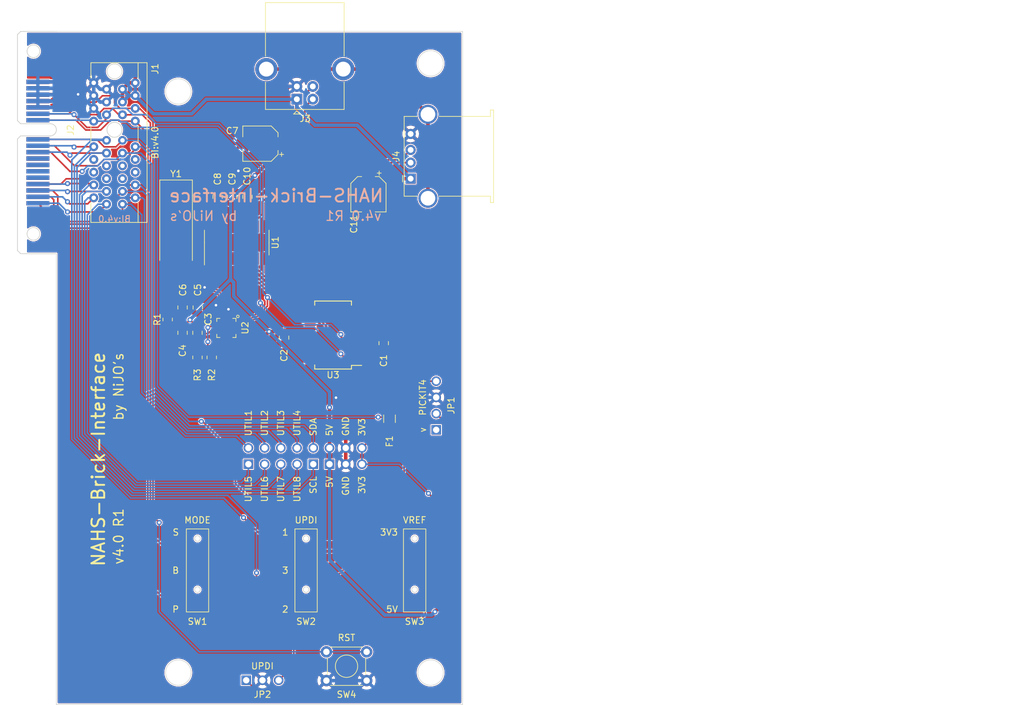
<source format=kicad_pcb>
(kicad_pcb (version 20211014) (generator pcbnew)
  (layers (0 "F.Cu" signal) (31 "B.Cu" signal) (34 "B.Paste" user) (35 "F.Paste" user) (36 "B.SilkS" user "B.Silkscreen") (37 "F.SilkS" user "F.Silkscreen") (38 "B.Mask" user) (39 "F.Mask" user) (44 "Edge.Cuts" user))
  (net 0 "")
  (net 1 "GND")
  (net 2 "Net-(C1-Pad2)")
  (net 3 "+5V")
  (net 4 "Net-(C5-Pad2)")
  (net 5 "Net-(C8-Pad1)")
  (net 6 "Net-(C9-Pad1)")
  (net 7 "+3V3")
  (net 8 "3V3_IN")
  (net 9 "UTIL5")
  (net 10 "UTIL6")
  (net 11 "UTIL7")
  (net 12 "UTIL8")
  (net 13 "SCL")
  (net 14 "UPDI2")
  (net 15 "UPDI1")
  (net 16 "RXD")
  (net 17 "TXD")
  (net 18 "UTIL1")
  (net 19 "UTIL2")
  (net 20 "UTIL3")
  (net 21 "UTIL4")
  (net 22 "SDA")
  (net 23 "UPDI3")
  (net 24 "PROG")
  (net 25 "SETUP")
  (net 26 "RST")
  (net 27 "D-")
  (net 28 "D+")
  (net 29 "Net-(J3-Pad5)")
  (net 30 "D-1")
  (net 31 "D+1")
  (net 33 "UPDI_TV")
  (net 34 "UPDI")
  (net 35 "Net-(R1-Pad2)")
  (net 36 "Net-(R2-Pad2)")
  (net 47 "D-4")
  (net 48 "D+4")
  (net 49 "D-3")
  (net 50 "D+3")
  (net 51 "D-2")
  (net 52 "D+2")
  (net 53 "Net-(U1-Pad15)")
  (net 54 "Net-(U1-Pad16)")
  (footprint "Connector_USB:USB_A_Stewart_SS-52100-001_Horizontal" (layer "F.Cu") (at 166.3744 57.6528 90)
    (fp_text reference "J4")
    (fp_text value "TE_292303-1" hide)
  )
  (footprint "no_brick_interface:Brick_Interface_V4_iside_straddle" (layer "F.Cu") (at 108 50 90)
    (fp_text reference "J2")
    (fp_text value "Brick-Interface-V4")
    (fp_line (start -1.45 -3.2) (end -18.9 -3.2) (layer "Edge.Cuts") (width 0.12))
    (fp_line (start 15.4 -2.7) (end 15.4 2.9) (layer "Edge.Cuts") (width 0.12))
    (fp_line (start -0.95 -2.7) (end -0.95 1.95) (layer "Edge.Cuts") (width 0.12))
    (fp_line (start 1.45 -3.2) (end 14.9 -3.2) (layer "Edge.Cuts") (width 0.12))
    (fp_line (start 0.95 -2.7) (end 1.45 -3.2) (layer "Edge.Cuts") (width 0.12))
    (fp_line (start -18.9 -3.2) (end -19.4 -2.7) (layer "Edge.Cuts") (width 0.12))
    (fp_line (start 14.9 -3.2) (end 15.4 -2.7) (layer "Edge.Cuts") (width 0.12))
    (fp_line (start -19.4 -2.7) (end -19.4 2.9) (layer "Edge.Cuts") (width 0.12))
    (fp_line (start 0.95 1.95) (end 0.95 -2.7) (layer "Edge.Cuts") (width 0.12))
    (fp_line (start -1.45 -3.2) (end -0.95 -2.7) (layer "Edge.Cuts") (width 0.12))
    (fp_arc (start 0.95 1.95) (mid 0 2.9) (end -0.95 1.95) (layer "Edge.Cuts") (width 0.12))
    (fp_circle (center -16.3 -0.69) (end -15.3 -0.69) (layer "Edge.Cuts") (width 0.12) (fill none))
    (fp_circle (center 12.3 -0.69) (end 13.3 -0.69) (layer "Edge.Cuts") (width 0.12) (fill none))
  )
  (footprint "no_common:K3-2336S-F1" (layer "F.Cu") (at 167 119 90)
    (fp_text reference "SW3")
    (fp_text value "K3-2336S-F1" hide)
    (fp_circle (center -3 0) (end -2.55 0) (layer "Edge.Cuts") (width 0.12) (fill none))
    (fp_circle (center 5 0) (end 5.45 0) (layer "Edge.Cuts") (width 0.12) (fill none))
  )
  (footprint "Resistor_SMD:R_0805_2012Metric" (layer "F.Cu") (at 128.3208 79.7052 -90)
    (fp_text reference "R1")
    (fp_text value "1k" hide)
  )
  (footprint "Capacitor_SMD:CP_Elec_5x5.4" (layer "F.Cu") (at 159.766 60.0964 -90)
    (fp_text reference "C11")
    (fp_text value "100µF/16V" hide)
  )
  (footprint "no_common:QFN20" (layer "F.Cu") (at 137.5156 81.026 -90)
    (fp_text reference "U2")
    (fp_text value "CP2102N-A02-GQFN20R" hide)
  )
  (footprint "no_pinhd:PINHD_2X03_2.54_1mm_Round" (layer "F.Cu") (at 156.21 101.092)
    (property "Reference" "JP3")
    (property "Value" "PINHD_2X03")
    (fp_text reference "JP3" hide)
    (fp_text value "PINHD_2X03" hide)
  )
  (footprint "Capacitor_SMD:C_0805_2012Metric" (layer "F.Cu") (at 162.1536 83.4136 -90)
    (fp_text reference "C1")
    (fp_text value "100nF" hide)
  )
  (footprint "no_common:Taster_3301" (layer "F.Cu") (at 156.335 134)
    (fp_text reference "SW4")
    (fp_text value "Taster_3301" hide)
  )
  (footprint "Capacitor_SMD:C_0805_2012Metric" (layer "F.Cu") (at 146.558 82.55 90)
    (fp_text reference "C2")
    (fp_text value "100nF" hide)
  )
  (footprint "Capacitor_SMD:C_0805_2012Metric" (layer "F.Cu") (at 138.43 60.5028 90)
    (fp_text reference "C9")
    (fp_text value "10µF" hide)
  )
  (footprint "no_pinhd:PINHD_2X04_2.54_1mm_Round" (layer "F.Cu") (at 144.78 101.092)
    (property "Reference" "JP5")
    (property "Value" "PINHD_2X04")
    (fp_text reference "JP5" hide)
    (fp_text value "PINHD_2X04" hide)
  )
  (footprint "Capacitor_SMD:C_0805_2012Metric" (layer "F.Cu") (at 130.6576 77.8256 -90)
    (fp_text reference "C6")
    (fp_text value "4.7µF" hide)
  )
  (footprint "no_pinhd:PINHD_1X03_2.54_1mm_Round" (layer "F.Cu") (at 143.17 136.2)
    (property "Reference" "JP2")
    (property "Value" "PINHD_1X03")
    (fp_text reference "JP2")
    (fp_text value "PINHD_1X03" hide)
  )
  (footprint "Capacitor_SMD:C_0805_2012Metric" (layer "F.Cu") (at 136.144 60.5028 90)
    (fp_text reference "C8")
    (fp_text value "10µF" hide)
  )
  (footprint "Capacitor_SMD:C_0805_2012Metric" (layer "F.Cu") (at 140.8176 60.5028 90)
    (fp_text reference "C10")
    (fp_text value "10µF" hide)
  )
  (footprint "no_brick_interface:Brick_Interface_V4_iside" (layer "F.Cu") (at 120 50 90)
    (fp_text reference "J1")
    (fp_text value "Brick-Interface-V4" hide)
    (fp_circle (center 9.15 0) (end 10.325 0) (layer "Edge.Cuts") (width 0.12) (fill none))
    (fp_circle (center 0 0) (end 1.175 0) (layer "Edge.Cuts") (width 0.12) (fill none))
  )
  (footprint "Resistor_SMD:R_0805_2012Metric" (layer "F.Cu") (at 135.2296 85.6488 90)
    (fp_text reference "R2")
    (fp_text value "22k1" hide)
  )
  (footprint "no_common:K3-2336S-F1" (layer "F.Cu") (at 133 119 90)
    (fp_text reference "SW1")
    (fp_text value "K3-2336S-F1" hide)
    (fp_circle (center -3 0) (end -2.55 0) (layer "Edge.Cuts") (width 0.12) (fill none))
    (fp_circle (center 5 0) (end 5.45 0) (layer "Edge.Cuts") (width 0.12) (fill none))
  )
  (footprint "Capacitor_SMD:CP_Elec_5x5.4" (layer "F.Cu") (at 142.8496 52.1716 180)
    (fp_text reference "C7")
    (fp_text value "100µF/16V" hide)
  )
  (footprint "no_pinhd:PINHD_1X02_2.54_1mm_Round" (layer "F.Cu") (at 151.13 101.092 90)
    (property "Reference" "JP4")
    (property "Value" "PINHD_1x02")
    (fp_text reference "JP4" hide)
    (fp_text value "PINHD_1x02" hide)
  )
  (footprint "Capacitor_SMD:C_0805_2012Metric" (layer "F.Cu") (at 130.6576 81.788 90)
    (fp_text reference "C4")
    (fp_text value "4.7µF" hide)
  )
  (footprint "Crystal:Crystal_SMD_HC49-SD" (layer "F.Cu") (at 129.6416 64.5668 -90)
    (fp_text reference "Y1")
    (fp_text value "12MHz" hide)
  )
  (footprint "Package_SO:SOP-16_3.9x9.9mm_P1.27mm" (layer "F.Cu") (at 139.1412 67.6656 90)
    (fp_text reference "U1")
    (fp_text value "SL2.1A" hide)
  )
  (footprint "no_common:K3-2336S-F1" (layer "F.Cu") (at 150 119 90)
    (fp_text reference "SW2")
    (fp_text value "K3-2336S-F1" hide)
    (fp_circle (center -3 0) (end -2.55 0) (layer "Edge.Cuts") (width 0.12) (fill none))
    (fp_circle (center 5 0) (end 5.45 0) (layer "Edge.Cuts") (width 0.12) (fill none))
  )
  (footprint "Connector_USB:USB_B_OST_USB-B1HSxx_Horizontal" (layer "F.Cu") (at 148.5532 45.212 90)
    (fp_text reference "J3")
    (fp_text value "TE_292304-1" hide)
  )
  (footprint "Fuse:Fuse_1206_3216Metric" (layer "F.Cu") (at 163.068 95.25 90)
    (fp_text reference "F1")
    (fp_text value "50mA" hide)
  )
  (footprint "Capacitor_SMD:C_0805_2012Metric" (layer "F.Cu") (at 133.0452 77.8256 -90)
    (fp_text reference "C5")
    (fp_text value "100nF" hide)
  )
  (footprint "no_pinhd:PINHD_1X04_2.54_1mm_Round" (layer "F.Cu") (at 170.3776 93.1768 90)
    (property "Reference" "JP1")
    (property "Value" "PINHD_1X04")
    (fp_text reference "JP1")
    (fp_text value "PINHD_1X04" hide)
  )
  (footprint "Package_SO:SSOP-28_5.3x10.2mm_P0.65mm" (layer "F.Cu") (at 154.2288 82.1436 180)
    (fp_text reference "U3")
    (fp_text value "FT232RL" hide)
  )
  (footprint "Resistor_SMD:R_0805_2012Metric" (layer "F.Cu") (at 132.9944 85.6488 -90)
    (fp_text reference "R3")
    (fp_text value "47k5" hide)
  )
  (footprint "Capacitor_SMD:C_0805_2012Metric" (layer "F.Cu") (at 132.9944 81.788 90)
    (fp_text reference "C3")
    (fp_text value "100nF" hide)
  )
  (gr_circle (center 130 135) (end 132 135) (layer "Edge.Cuts") (width 0.1) (fill none))
  (gr_line (start 110.9 34.6) (end 174.5 34.6) (layer "Edge.Cuts") (width 0.1))
  (gr_line (start 174.5 34.6) (end 174.5 140) (layer "Edge.Cuts") (width 0.1))
  (gr_line (start 174.5 140) (end 110.9 140) (layer "Edge.Cuts") (width 0.1))
  (gr_line (start 110.9 140) (end 110.9 69.4) (layer "Edge.Cuts") (width 0.1))
  (gr_circle (center 169.5 135) (end 171.5 135) (layer "Edge.Cuts") (width 0.1) (fill none))
  (gr_circle (center 130 44) (end 132 44) (layer "Edge.Cuts") (width 0.1) (fill none))
  (gr_circle (center 169.5 39.6) (end 171.5 39.6) (layer "Edge.Cuts") (width 0.1) (fill none))
  (gr_text "NAHS-Brick-Interface" (at 145.325 60.325) (layer "B.SilkS") (effects (font (size 2 2) (thickness 0.3)) (justify mirror)))
  (gr_text "by NiJO's" (at 128.525 63.5) (layer "B.SilkS") (effects (font (size 1.5 1.5) (thickness 0.2)) (justify right mirror)))
  (gr_text "v4.0 R1" (at 161.925 63.5) (layer "B.SilkS") (effects (font (size 1.5 1.5) (thickness 0.2)) (justify left mirror)))
  (gr_text "NAHS-Brick-Interface" (at 117.475 101.6 90) (layer "F.SilkS") (effects (font (size 2 2) (thickness 0.3))))
  (gr_text "v4.0 R1" (at 120.65 118.2 90) (layer "F.SilkS") (effects (font (size 1.5 1.5) (thickness 0.2)) (justify left)))
  (gr_text "by NiJO's" (at 120.65 84.8 90) (layer "F.SilkS") (effects (font (size 1.5 1.5) (thickness 0.2)) (justify right)))
  (segment (start 147.351119 43.212) (end 148.5532 43.212) (width 0.5588) (layer "F.Cu") (net 1))
  (segment (start 163.2864 82.4636) (end 162.1536 82.4636) (width 0.5588) (layer "F.Cu") (net 1))
  (segment (start 137.7656 80.776) (end 137.7656 79.476) (width 0.254) (layer "F.Cu") (net 1))
  (segment (start 139.7 88.392) (end 143.256 91.948) (width 0.5588) (layer "F.Cu") (net 1))
  (segment (start 157.8288 82.4686) (end 162.1486 82.4686) (width 0.254) (layer "F.Cu") (net 1))
  (segment (start 129.25 117) (end 129.25 121) (width 0.5588) (layer "F.Cu") (net 1))
  (segment (start 131.318 88.2377) (end 132.9944 86.5613) (width 0.5588) (layer "F.Cu") (net 1))
  (segment (start 152.4 81.28) (end 151.8614 81.8186) (width 0.254) (layer "F.Cu") (net 1))
  (segment (start 136.639089 82.702511) (end 135.407511 82.702511) (width 0.254) (layer "F.Cu") (net 1))
  (segment (start 134.112 75.8088) (end 133.0452 76.8756) (width 0.5588) (layer "F.Cu") (net 1))
  (segment (start 140.6496 52.1716) (end 140.6496 49.913519) (width 0.5588) (layer "F.Cu") (net 1))
  (segment (start 131.572 121.92) (end 130.652 121) (width 0.5588) (layer "F.Cu") (net 1))
  (segment (start 135.213489 82.508489) (end 133.223911 82.508489) (width 0.254) (layer "F.Cu") (net 1))
  (segment (start 162.1486 82.4686) (end 162.1536 82.4636) (width 0.254) (layer "F.Cu") (net 1))
  (segment (start 131.6463 86.5613) (end 130.6576 85.5726) (width 0.5588) (layer "F.Cu") (net 1))
  (segment (start 130.142 117) (end 131.318 115.824) (width 0.5588) (layer "F.Cu") (net 1))
  (segment (start 147.4766 84.4186) (end 146.558 83.5) (width 0.254) (layer "F.Cu") (net 1))
  (segment (start 168.275 58.210022) (end 168.275 52.5534) (width 0.5588) (layer "F.Cu") (net 1))
  (segment (start 131.318 115.824) (end 131.318 88.2377) (width 0.5588) (layer "F.Cu") (net 1))
  (segment (start 144.592 83.5) (end 146.558 83.5) (width 0.5588) (layer "F.Cu") (net 1))
  (segment (start 156.21 93.472) (end 156.21 99.822) (width 0.5588) (layer "F.Cu") (net 1))
  (segment (start 139.7762 65.1656) (end 139.7762 62.9412) (width 0.5588) (layer "F.Cu") (net 1))
  (segment (start 114.95 44.45) (end 116.75 42.65) (width 0.5588) (layer "F.Cu") (net 1))
  (segment (start 150.6288 79.8686) (end 151.631822 79.8686) (width 0.254) (layer "F.Cu") (net 1))
  (segment (start 152.4 82.55) (end 152.4 81.28) (width 0.254) (layer "F.Cu") (net 1))
  (segment (start 132.9944 86.5613) (end 133.0433 86.5613) (width 0.5588) (layer "F.Cu") (net 1))
  (segment (start 140.6496 52.1716) (end 140.6496 59.3848) (width 0.5588) (layer "F.Cu") (net 1))
  (segment (start 143.256 91.948) (end 154.686 91.948) (width 0.5588) (layer "F.Cu") (net 1))
  (segment (start 152.4 82.3572) (end 152.4 82.55) (width 0.254) (layer "F.Cu") (net 1))
  (segment (start 133.0452 76.8756) (end 130.6576 76.8756) (width 0.5588) (layer "F.Cu") (net 1))
  (segment (start 151.631822 79.8686) (end 152.4 80.636778) (width 0.254) (layer "F.Cu") (net 1))
  (segment (start 150.1092 41.656) (end 152.654 41.656) (width 0.5588) (layer "F.Cu") (net 1))
  (segment (start 136.144 59.5528) (end 138.43 59.5528) (width 0.5588) (layer "F.Cu") (net 1))
  (segment (start 129.25 117) (end 130.142 117) (width 0.5588) (layer "F.Cu") (net 1))
  (segment (start 151.8614 81.8186) (end 152.4 82.3572) (width 0.254) (layer "F.Cu") (net 1))
  (segment (start 139.66368 60.70672) (end 140.8176 59.5528) (width 0.5588) (layer "F.Cu") (net 1))
  (segment (start 140.6496 59.3848) (end 140.8176 59.5528) (width 0.5588) (layer "F.Cu") (net 1))
  (segment (start 139.7 88.392) (end 144.592 83.5) (width 0.5588) (layer "F.Cu") (net 1))
  (segment (start 152.4 83.82) (end 152.4 82.55) (width 0.254) (layer "F.Cu") (net 1))
  (segment (start 130.6576 85.5726) (end 130.6576 82.738) (width 0.5588) (layer "F.Cu") (net 1))
  (segment (start 137.5156 81.026) (end 137.7656 80.776) (width 0.254) (layer "F.Cu") (net 1))
  (segment (start 136.7656 81.776) (end 137.5156 81.026) (width 0.254) (layer "F.Cu") (net 1))
  (segment (start 152.654 41.656) (end 155.6262 44.6282) (width 0.5588) (layer "F.Cu") (net 1))
  (segment (start 151.8014 84.4186) (end 152.4 83.82) (width 0.254) (layer "F.Cu") (net 1))
  (segment (start 154.686 91.948) (end 156.21 93.472) (width 0.5588) (layer "F.Cu") (net 1))
  (segment (start 135.407511 82.702511) (end 135.213489 82.508489) (width 0.254) (layer "F.Cu") (net 1))
  (segment (start 152.4 80.636778) (end 152.4 81.28) (width 0.254) (layer "F.Cu") (net 1))
  (segment (start 114.3 44.45) (end 114.95 44.45) (width 0.5588) (layer "F.Cu") (net 1))
  (segment (start 127 81.28) (end 128.458 82.738) (width 0.5588) (layer "F.Cu") (net 1))
  (segment (start 166.3744 50.6528) (end 160.3498 44.6282) (width 0.5588) (layer "F.Cu") (net 1))
  (segment (start 137.84562 78.105) (end 137.7656 78.18502) (width 0.254) (layer "F.Cu") (net 1))
  (segment (start 159.766 62.2964) (end 164.188622 62.2964) (width 0.5588) (layer "F.Cu") (net 1))
  (segment (start 130.6576 76.8756) (end 128.2294 76.8756) (width 0.5588) (layer "F.Cu") (net 1))
  (segment (start 150.6288 84.4186) (end 151.8014 84.4186) (width 0.254) (layer "F.Cu") (net 1))
  (segment (start 135.2956 76.8756) (end 133.0452 76.8756) (width 0.254) (layer "F.Cu") (net 1))
  (segment (start 127 78.105) (end 127 81.28) (width 0.5588) (layer "F.Cu") (net 1))
  (segment (start 128.458 82.738) (end 130.6576 82.738) (width 0.5588) (layer "F.Cu") (net 1))
  (segment (start 137.7656 78.18502) (end 137.7656 79.476) (width 0.254) (layer "F.Cu") (net 1))
  (segment (start 136.7656 82.576) (end 136.7656 81.776) (width 0.254) (layer "F.Cu") (net 1))
  (segment (start 140.6496 55.1844) (end 140.6496 52.1716) (width 0.5588) (layer "F.Cu") (net 1))
  (segment (start 143.17 136.2) (end 131.572 124.602) (width 0.5588) (layer "F.Cu") (net 1))
  (segment (start 135.89 77.47) (end 135.2956 76.8756) (width 0.254) (layer "F.Cu") (net 1))
  (segment (start 140.6496 49.913519) (end 147.351119 43.212) (width 0.5588) (layer "F.Cu") (net 1))
  (segment (start 131.572 124.602) (end 131.572 121.92) (width 0.5588) (layer "F.Cu") (net 1))
  (segment (start 136.7656 82.576) (end 136.639089 82.702511) (width 0.254) (layer "F.Cu") (net 1))
  (segment (start 151.8614 81.8186) (end 150.6288 81.8186) (width 0.254) (layer "F.Cu") (net 1))
  (segment (start 168.275 52.5534) (end 166.3744 50.6528) (width 0.5588) (layer "F.Cu") (net 1))
  (segment (start 150.6288 84.4186) (end 147.4766 84.4186) (width 0.254) (layer "F.Cu") (net 1))
  (segment (start 155.6262 44.6282) (end 160.3498 44.6282) (width 0.5588) (layer "F.Cu") (net 1))
  (segment (start 139.3952 56.4388) (end 140.6496 55.1844) (width 0.5588) (layer "F.Cu") (net 1))
  (segment (start 128.2294 76.8756) (end 127 78.105) (width 0.5588) (layer "F.Cu") (net 1))
  (segment (start 133.223911 82.508489) (end 132.9944 82.738) (width 0.254) (layer "F.Cu") (net 1))
  (segment (start 164.6936 83.8708) (end 163.2864 82.4636) (width 0.5588) (layer "F.Cu") (net 1))
  (segment (start 139.7762 62.9412) (end 139.66368 62.82868) (width 0.5588) (layer "F.Cu") (net 1))
  (segment (start 132.9944 86.5613) (end 131.6463 86.5613) (width 0.5588) (layer "F.Cu") (net 1))
  (segment (start 133.0433 86.5613) (end 134.874 88.392) (width 0.5588) (layer "F.Cu") (net 1))
  (segment (start 148.5532 43.212) (end 150.1092 41.656) (width 0.5588) (layer "F.Cu") (net 1))
  (segment (start 134.874 88.392) (end 139.7 88.392) (width 0.5588) (layer "F.Cu") (net 1))
  (segment (start 160.4772 91.948) (end 164.6936 87.7316) (width 0.5588) (layer "F.Cu") (net 1))
  (segment (start 138.43 59.5528) (end 140.8176 59.5528) (width 0.5588) (layer "F.Cu") (net 1))
  (segment (start 134.112 74.676) (end 134.112 75.8088) (width 0.5588) (layer "F.Cu") (net 1))
  (segment (start 132.9944 82.738) (end 130.6576 82.738) (width 0.5588) (layer "F.Cu") (net 1))
  (segment (start 154.686 91.948) (end 160.4772 91.948) (width 0.5588) (layer "F.Cu") (net 1))
  (segment (start 164.6936 87.7316) (end 164.6936 83.8708) (width 0.5588) (layer "F.Cu") (net 1))
  (segment (start 130.652 121) (end 129.25 121) (width 0.5588) (layer "F.Cu") (net 1))
  (segment (start 139.66368 62.82868) (end 139.66368 60.70672) (width 0.5588) (layer "F.Cu") (net 1))
  (segment (start 164.188622 62.2964) (end 168.275 58.210022) (width 0.5588) (layer "F.Cu") (net 1))
  (segment (start 156.21 99.822) (end 156.21 102.362) (width 0.5588) (layer "F.Cu") (net 1))
  (via (at 137.84562 78.105) (size 0.8) (drill 0.4) (layers "F.Cu" "B.Cu") (net 1))
  (via (at 135.89 77.47) (size 0.8) (drill 0.4) (layers "F.Cu" "B.Cu") (net 1))
  (via (at 139.3952 56.4388) (size 0.8) (drill 0.4) (layers "F.Cu" "B.Cu") (net 1))
  (via (at 134.112 74.676) (size 0.8) (drill 0.4) (layers "F.Cu" "B.Cu") (net 1))
  (via (at 114.3 44.45) (size 0.8) (drill 0.4) (layers "F.Cu" "B.Cu") (net 1))
  (via (at 154.686 91.948) (size 0.8) (drill 0.4) (layers "F.Cu" "B.Cu") (net 1))
  (segment (start 137.21062 77.47) (end 137.84562 78.105) (width 0.254) (layer "B.Cu") (net 1))
  (segment (start 108 44.5) (end 114.25 44.5) (width 0.5588) (layer "B.Cu") (net 1))
  (segment (start 145.004 134.366) (end 151.301 134.366) (width 0.5588) (layer "B.Cu") (net 1))
  (segment (start 108 42.5) (end 112.35 42.5) (width 0.5588) (layer "B.Cu") (net 1))
  (segment (start 108 46.5) (end 112.25 46.5) (width 0.5588) (layer "B.Cu") (net 1))
  (segment (start 117.75 43.65) (end 116.75 42.65) (width 0.5588) (layer "B.Cu") (net 1))
  (segment (start 113.25 45.5) (end 114.3 44.45) (width 0.5588) (layer "B.Cu") (net 1))
  (segment (start 139.3952 56.4388) (end 135.382 60.452) (width 0.5588) (layer "B.Cu") (net 1))
  (segment (start 112.35 42.5) (end 114.3 44.45) (width 0.5588) (layer "B.Cu") (net 1))
  (segment (start 154.7272 91.9068) (end 154.686 91.948) (width 0.5588) (layer "B.Cu") (net 1))
  (segment (start 118.11 38.1) (end 129.032 38.1) (width 0.5588) (layer "B.Cu") (net 1))
  (segment (start 113.35 43.5) (end 114.3 44.45) (width 0.5588) (layer "B.Cu") (net 1))
  (segment (start 116.75 46.65) (end 116.75 44.65) (width 0.5588) (layer "B.Cu") (net 1))
  (segment (start 135.89 77.47) (end 137.21062 77.47) (width 0.254) (layer "B.Cu") (net 1))
  (segment (start 108 45.5) (end 113.25 45.5) (width 0.5588) (layer "B.Cu") (net 1))
  (segment (start 134.144 43.212) (end 148.5532 43.212) (width 0.5588) (layer "B.Cu") (net 1))
  (segment (start 114.25 44.5) (end 114.3 44.45) (width 0.5588) (layer "B.Cu") (net 1))
  (segment (start 170.3776 91.9068) (end 154.7272 91.9068) (width 0.5588) (layer "B.Cu") (net 1))
  (segment (start 118.75 45.65) (end 117.75 45.65) (width 0.5588) (layer "B.Cu") (net 1))
  (segment (start 135.382 73.406) (end 134.112 74.676) (width 0.5588) (layer "B.Cu") (net 1))
  (segment (start 135.382 60.452) (end 135.382 73.406) (width 0.5588) (layer "B.Cu") (net 1))
  (segment (start 129.032 38.1) (end 134.144 43.212) (width 0.5588) (layer "B.Cu") (net 1))
  (segment (start 143.17 136.2) (end 145.004 134.366) (width 0.5588) (layer "B.Cu") (net 1))
  (segment (start 116.75 42.65) (end 116.75 44.65) (width 0.5588) (layer "B.Cu") (net 1))
  (segment (start 116.75 42.65) (end 116.75 39.46) (width 0.5588) (layer "B.Cu") (net 1))
  (segment (start 117.75 45.65) (end 116.75 44.65) (width 0.5588) (layer "B.Cu") (net 1))
  (segment (start 116.75 39.46) (end 118.11 38.1) (width 0.5588) (layer "B.Cu") (net 1))
  (segment (start 153.185 136.25) (end 159.485 136.25) (width 0.5588) (layer "B.Cu") (net 1))
  (segment (start 151.301 134.366) (end 153.185 136.25) (width 0.5588) (layer "B.Cu") (net 1))
  (segment (start 108 43.5) (end 113.35 43.5) (width 0.5588) (layer "B.Cu") (net 1))
  (segment (start 112.25 46.5) (end 114.3 44.45) (width 0.5588) (layer "B.Cu") (net 1))
  (segment (start 118.75 43.65) (end 117.75 43.65) (width 0.5588) (layer "B.Cu") (net 1))
  (segment (start 156.8086 84.4186) (end 157.8288 84.4186) (width 0.254) (layer "F.Cu") (net 2))
  (segment (start 151.6086 79.2186) (end 156.8086 84.4186) (width 0.254) (layer "F.Cu") (net 2))
  (segment (start 157.8288 84.4186) (end 162.0986 84.4186) (width 0.254) (layer "F.Cu") (net 2))
  (segment (start 150.6288 79.2186) (end 151.6086 79.2186) (width 0.254) (layer "F.Cu") (net 2))
  (segment (start 162.0986 84.4186) (end 162.1536 84.3636) (width 0.254) (layer "F.Cu") (net 2))
  (segment (start 123.25 42.65) (end 122.25 42.65) (width 0.5588) (layer "F.Cu") (net 3))
  (segment (start 112.075 43.5) (end 113.075 42.5) (width 0.5588) (layer "F.Cu") (net 3))
  (segment (start 170.75 124.906) (end 170.18 125.476) (width 0.5588) (layer "F.Cu") (net 3))
  (segment (start 135.2296 86.5613) (end 139.2447 86.5613) (width 0.5588) (layer "F.Cu") (net 3))
  (segment (start 108 43.5) (end 112.075 43.5) (width 0.5588) (layer "F.Cu") (net 3))
  (segment (start 132.9944 80.838) (end 132.908 80.838) (width 0.254) (layer "F.Cu") (net 3))
  (segment (start 148.5532 48.668) (end 148.5532 45.212) (width 0.5588) (layer "F.Cu") (net 3))
  (segment (start 153.67 99.822) (end 153.67 93.472) (width 0.5588) (layer "F.Cu") (net 3))
  (segment (start 145.0496 54.0864) (end 141.986 57.15) (width 0.5588) (layer "F.Cu") (net 3))
  (segment (start 132.908 80.838) (end 131.826 79.756) (width 0.254) (layer "F.Cu") (net 3))
  (segment (start 141.7472 61.4528) (end 145.0496 58.1504) (width 0.5588) (layer "F.Cu") (net 3))
  (segment (start 150.6288 81.1686) (end 146.9894 81.1686) (width 0.254) (layer "F.Cu") (net 3))
  (segment (start 140.8176 61.4528) (end 141.7472 61.4528) (width 0.5588) (layer "F.Cu") (net 3))
  (segment (start 111.075 44.5) (end 112.075 43.5) (width 0.5588) (layer "F.Cu") (net 3))
  (segment (start 108 45.5) (end 110.075 45.5) (width 0.5588) (layer "F.Cu") (net 3))
  (segment (start 110.075 45.5) (end 111.075 44.5) (width 0.5588) (layer "F.Cu") (net 3))
  (segment (start 130.744 80.838) (end 131.826 79.756) (width 0.254) (layer "F.Cu") (net 3))
  (segment (start 116.84 38.735) (end 121.285 38.735) (width 0.5588) (layer "F.Cu") (net 3))
  (segment (start 108 42.5) (end 113.075 42.5) (width 0.5588) (layer "F.Cu") (net 3))
  (segment (start 160.0096 57.6528) (end 166.3744 57.6528) (width 0.5588) (layer "F.Cu") (net 3))
  (segment (start 134.354 80.276) (end 135.9656 80.276) (width 0.254) (layer "F.Cu") (net 3))
  (segment (start 145.0496 52.1716) (end 148.5532 48.668) (width 0.5588) (layer "F.Cu") (net 3))
  (segment (start 130.6576 80.838) (end 130.744 80.838) (width 0.254) (layer "F.Cu") (net 3))
  (segment (start 121.285 38.735) (end 123.25 40.7) (width 0.5588) (layer "F.Cu") (net 3))
  (segment (start 113.075 42.5) (end 116.84 38.735) (width 0.5588) (layer "F.Cu") (net 3))
  (segment (start 145.0496 58.1504) (end 145.0496 52.1716) (width 0.5588) (layer "F.Cu") (net 3))
  (segment (start 141.0462 61.6814) (end 140.8176 61.4528) (width 0.5588) (layer "F.Cu") (net 3))
  (segment (start 141.0462 65.1656) (end 141.0462 61.6814) (width 0.5588) (layer "F.Cu") (net 3))
  (segment (start 144.206 81.6) (end 146.558 81.6) (width 0.5588) (layer "F.Cu") (net 3))
  (segment (start 122.25 42.65) (end 121.25 43.65) (width 0.5588) (layer "F.Cu") (net 3))
  (segment (start 130.6576 80.838) (end 132.9944 80.838) (width 0.254) (layer "F.Cu") (net 3))
  (segment (start 108 44.5) (end 111.075 44.5) (width 0.5588) (layer "F.Cu") (net 3))
  (segment (start 133.792 80.838) (end 134.354 80.276) (width 0.254) (layer "F.Cu") (net 3))
  (segment (start 146.9894 81.1686) (end 146.558 81.6) (width 0.254) (layer "F.Cu") (net 3))
  (segment (start 145.0496 52.1716) (end 145.0496 54.0864) (width 0.5588) (layer "F.Cu") (net 3))
  (segment (start 139.2447 86.5613) (end 144.206 81.6) (width 0.5588) (layer "F.Cu") (net 3))
  (segment (start 132.9944 80.838) (end 133.792 80.838) (width 0.254) (layer "F.Cu") (net 3))
  (segment (start 123.25 40.7) (end 123.25 42.65) (width 0.5588) (layer "F.Cu") (net 3))
  (segment (start 121.25 43.65) (end 121.25 45.65) (width 0.5588) (layer "F.Cu") (net 3))
  (segment (start 170.75 123) (end 170.75 124.906) (width 0.5588) (layer "F.Cu") (net 3))
  (segment (start 159.766 57.8964) (end 160.0096 57.6528) (width 0.5588) (layer "F.Cu") (net 3))
  (via (at 153.67 93.472) (size 0.8) (drill 0.4) (layers "F.Cu" "B.Cu") (net 3))
  (via (at 141.986 57.15) (size 0.8) (drill 0.4) (layers "F.Cu" "B.Cu") (net 3))
  (via (at 144.206 81.6) (size 0.8) (drill 0.4) (layers "F.Cu" "B.Cu") (net 3))
  (via (at 131.826 79.756) (size 0.8) (drill 0.4) (layers "F.Cu" "B.Cu") (net 3))
  (via (at 170.18 125.476) (size 0.8) (drill 0.4) (layers "F.Cu" "B.Cu") (net 3))
  (segment (start 138.176 60.96) (end 138.176 73.406) (width 0.5588) (layer "B.Cu") (net 3))
  (segment (start 151.384 49.276) (end 148.5532 46.4452) (width 0.5588) (layer "B.Cu") (net 3))
  (segment (start 138.176 73.406) (end 138.674531 73.904531) (width 0.5588) (layer "B.Cu") (net 3))
  (segment (start 132.08 47.498) (end 126.098 47.498) (width 0.5588) (layer "B.Cu") (net 3))
  (segment (start 126.098 47.498) (end 123.25 44.65) (width 0.5588) (layer "B.Cu") (net 3))
  (segment (start 134.366 45.212) (end 132.08 47.498) (width 0.5588) (layer "B.Cu") (net 3))
  (segment (start 153.67 93.472) (end 153.67 91.064) (width 0.5588) (layer "B.Cu") (net 3))
  (segment (start 141.986 57.15) (end 138.176 60.96) (width 0.5588) (layer "B.Cu") (net 3))
  (segment (start 138.674531 76.068531) (end 144.206 81.6) (width 0.5588) (layer "B.Cu") (net 3))
  (segment (start 162.306 125.984) (end 153.67 117.348) (width 0.5588) (layer "B.Cu") (net 3))
  (segment (start 153.67 117.348) (end 153.67 102.362) (width 0.5588) (layer "B.Cu") (net 3))
  (segment (start 148.5532 45.212) (end 134.366 45.212) (width 0.5588) (layer "B.Cu") (net 3))
  (segment (start 123.25 44.65) (end 122.25 44.65) (width 0.5588) (layer "B.Cu") (net 3))
  (segment (start 148.5532 46.4452) (end 148.5532 45.212) (width 0.5588) (layer "B.Cu") (net 3))
  (segment (start 169.672 125.984) (end 162.306 125.984) (width 0.5588) (layer "B.Cu") (net 3))
  (segment (start 122.25 44.65) (end 121.25 45.65) (width 0.5588) (layer "B.Cu") (net 3))
  (segment (start 153.67 91.064) (end 144.206 81.6) (width 0.5588) (layer "B.Cu") (net 3))
  (segment (start 123.25 44.65) (end 123.25 42.65) (width 0.5588) (layer "B.Cu") (net 3))
  (segment (start 157.9976 49.276) (end 151.384 49.276) (width 0.5588) (layer "B.Cu") (net 3))
  (segment (start 122.25 44.65) (end 121.25 43.65) (width 0.5588) (layer "B.Cu") (net 3))
  (segment (start 166.3744 57.6528) (end 157.9976 49.276) (width 0.5588) (layer "B.Cu") (net 3))
  (segment (start 153.67 99.822) (end 153.67 102.362) (width 0.5588) (layer "B.Cu") (net 3))
  (segment (start 138.674531 73.904531) (end 138.674531 76.068531) (width 0.5588) (layer "B.Cu") (net 3))
  (segment (start 170.18 125.476) (end 169.672 125.984) (width 0.5588) (layer "B.Cu") (net 3))
  (segment (start 138.176 73.406) (end 131.826 79.756) (width 0.5588) (layer "B.Cu") (net 3))
  (segment (start 130.6576 78.7756) (end 133.0452 78.7756) (width 0.254) (layer "F.Cu") (net 4))
  (segment (start 130.6405 78.7927) (end 130.6576 78.7756) (width 0.254) (layer "F.Cu") (net 4))
  (segment (start 128.3208 78.7927) (end 130.6405 78.7927) (width 0.254) (layer "F.Cu") (net 4))
  (segment (start 136.2656 79.776) (end 135.021 79.776) (width 0.254) (layer "F.Cu") (net 4))
  (segment (start 134.0206 78.7756) (end 133.0452 78.7756) (width 0.254) (layer "F.Cu") (net 4))
  (segment (start 135.021 79.776) (end 134.0206 78.7756) (width 0.254) (layer "F.Cu") (net 4))
  (segment (start 137.2362 63.5762) (end 136.144 62.484) (width 0.254) (layer "F.Cu") (net 5))
  (segment (start 137.2362 65.1656) (end 137.2362 63.5762) (width 0.254) (layer "F.Cu") (net 5))
  (segment (start 136.144 62.484) (end 136.144 61.4528) (width 0.254) (layer "F.Cu") (net 5))
  (segment (start 138.5062 61.529) (end 138.43 61.4528) (width 0.254) (layer "F.Cu") (net 6))
  (segment (start 138.5062 65.1656) (end 138.5062 61.529) (width 0.254) (layer "F.Cu") (net 6))
  (segment (start 170.75 108.52) (end 169.164 106.934) (width 0.254) (layer "F.Cu") (net 7))
  (segment (start 161.922 96.65) (end 163.068 96.65) (width 0.254) (layer "F.Cu") (net 7))
  (segment (start 158.75 99.822) (end 161.922 96.65) (width 0.254) (layer "F.Cu") (net 7))
  (segment (start 170.75 115) (end 170.75 108.52) (width 0.254) (layer "F.Cu") (net 7))
  (via (at 169.164 106.934) (size 0.8) (drill 0.4) (layers "F.Cu" "B.Cu") (net 7))
  (segment (start 169.164 106.934) (end 164.592 102.362) (width 0.254) (layer "B.Cu") (net 7))
  (segment (start 158.75 99.822) (end 158.75 102.362) (width 0.254) (layer "B.Cu") (net 7))
  (segment (start 164.592 102.362) (end 158.75 102.362) (width 0.254) (layer "B.Cu") (net 7))
  (segment (start 161.29 94.996) (end 161.922 94.996) (width 0.254) (layer "F.Cu") (net 8))
  (segment (start 161.922 94.996) (end 163.068 93.85) (width 0.254) (layer "F.Cu") (net 8))
  (segment (start 120.226511 52.673489) (end 121.25 51.65) (width 0.254) (layer "F.Cu") (net 8))
  (segment (start 117.219004 51.5) (end 118.392493 52.673489) (width 0.254) (layer "F.Cu") (net 8))
  (segment (start 108 51.5) (end 117.219004 51.5) (width 0.254) (layer "F.Cu") (net 8))
  (segment (start 118.392493 52.673489) (end 120.226511 52.673489) (width 0.254) (layer "F.Cu") (net 8))
  (via (at 161.29 94.996) (size 0.8) (drill 0.4) (layers "F.Cu" "B.Cu") (net 8))
  (segment (start 131.567605 94.994949) (end 141.222949 94.994949) (width 0.254) (layer "B.Cu") (net 8))
  (segment (start 121.25 51.65) (end 123.810612 51.65) (width 0.254) (layer "B.Cu") (net 8))
  (segment (start 141.224 94.996) (end 161.29 94.996) (width 0.254) (layer "B.Cu") (net 8))
  (segment (start 123.810612 51.65) (end 126.70908 54.548468) (width 0.254) (layer "B.Cu") (net 8))
  (segment (start 131.189328 94.616672) (end 131.567605 94.994949) (width 0.254) (layer "B.Cu") (net 8))
  (segment (start 126.70908 54.548468) (end 126.70908 87.63) (width 0.254) (layer "B.Cu") (net 8))
  (segment (start 126.70908 87.63) (end 126.70908 90.136424) (width 0.254) (layer "B.Cu") (net 8))
  (segment (start 126.70908 90.136424) (end 131.189328 94.616672) (width 0.254) (layer "B.Cu") (net 8))
  (segment (start 141.222949 94.994949) (end 141.224 94.996) (width 0.254) (layer "B.Cu") (net 8))
  (segment (start 112.64442 62.865) (end 117.535 62.865) (width 0.254) (layer "F.Cu") (net 9))
  (segment (start 117.535 62.865) (end 118.75 61.65) (width 0.254) (layer "F.Cu") (net 9))
  (via (at 112.64442 62.865) (size 0.8) (drill 0.4) (layers "F.Cu" "B.Cu") (net 9))
  (segment (start 111.27942 61.5) (end 112.64442 62.865) (width 0.254) (layer "B.Cu") (net 9))
  (segment (start 123.524288 105.23796) (end 139.87204 105.23796) (width 0.254) (layer "B.Cu") (net 9))
  (segment (start 140.97 104.14) (end 140.97 102.362) (width 0.254) (layer "B.Cu") (net 9))
  (segment (start 115.74204 63.32796) (end 115.74204 97.455712) (width 0.254) (layer "B.Cu") (net 9))
  (segment (start 115.74204 97.455712) (end 123.524288 105.23796) (width 0.254) (layer "B.Cu") (net 9))
  (segment (start 108 61.5) (end 111.27942 61.5) (width 0.254) (layer "B.Cu") (net 9))
  (segment (start 117.42 61.65) (end 115.74204 63.32796) (width 0.254) (layer "B.Cu") (net 9))
  (segment (start 118.75 61.65) (end 117.42 61.65) (width 0.254) (layer "B.Cu") (net 9))
  (segment (start 139.87204 105.23796) (end 140.97 104.14) (width 0.254) (layer "B.Cu") (net 9))
  (segment (start 115.805 61.595) (end 116.75 60.65) (width 0.254) (layer "F.Cu") (net 10))
  (segment (start 112.964917 61.595) (end 115.805 61.595) (width 0.254) (layer "F.Cu") (net 10))
  (segment (start 112.64442 61.274503) (end 112.964917 61.595) (width 0.254) (layer "F.Cu") (net 10))
  (via (at 112.64442 61.274503) (size 0.8) (drill 0.4) (layers "F.Cu" "B.Cu") (net 10))
  (segment (start 116.75 60.65) (end 115.88 60.65) (width 0.254) (layer "B.Cu") (net 10))
  (segment (start 112.64442 61.274503) (end 112.371428 61.001511) (width 0.254) (layer "B.Cu") (net 10))
  (segment (start 123.357144 105.64148) (end 142.00852 105.64148) (width 0.254) (layer "B.Cu") (net 10))
  (segment (start 111.967909 60.605221) (end 111.967909 60.597992) (width 0.254) (layer "B.Cu") (net 10))
  (segment (start 111.967909 60.597992) (end 111.869917 60.5) (width 0.254) (layer "B.Cu") (net 10))
  (segment (start 115.33852 61.19148) (end 115.33852 97.622856) (width 0.254) (layer "B.Cu") (net 10))
  (segment (start 111.869917 60.5) (end 108 60.5) (width 0.254) (layer "B.Cu") (net 10))
  (segment (start 115.88 60.65) (end 115.33852 61.19148) (width 0.254) (layer "B.Cu") (net 10))
  (segment (start 142.00852 105.64148) (end 143.51 104.14) (width 0.254) (layer "B.Cu") (net 10))
  (segment (start 112.371428 61.001511) (end 112.364199 61.001511) (width 0.254) (layer "B.Cu") (net 10))
  (segment (start 115.33852 97.622856) (end 123.357144 105.64148) (width 0.254) (layer "B.Cu") (net 10))
  (segment (start 143.51 104.14) (end 143.51 102.362) (width 0.254) (layer "B.Cu") (net 10))
  (segment (start 112.364199 61.001511) (end 111.967909 60.605221) (width 0.254) (layer "B.Cu") (net 10))
  (segment (start 112.68442 59.65) (end 118.75 59.65) (width 0.254) (layer "F.Cu") (net 11))
  (segment (start 112.64442 59.69) (end 112.68442 59.65) (width 0.254) (layer "F.Cu") (net 11))
  (via (at 112.64442 59.69) (size 0.8) (drill 0.4) (layers "F.Cu" "B.Cu") (net 11))
  (segment (start 123.19 106.045) (end 144.145 106.045) (width 0.254) (layer "B.Cu") (net 11))
  (segment (start 112.45442 59.5) (end 108 59.5) (width 0.254) (layer "B.Cu") (net 11))
  (segment (start 146.05 104.14) (end 146.05 102.362) (width 0.254) (layer "B.Cu") (net 11))
  (segment (start 144.145 106.045) (end 146.05 104.14) (width 0.254) (layer "B.Cu") (net 11))
  (segment (start 118.75 59.65) (end 115.61 59.65) (width 0.254) (layer "B.Cu") (net 11))
  (segment (start 112.64442 59.69) (end 112.45442 59.5) (width 0.254) (layer "B.Cu") (net 11))
  (segment (start 114.935 97.79) (end 123.19 106.045) (width 0.254) (layer "B.Cu") (net 11))
  (segment (start 115.61 59.65) (end 114.935 60.325) (width 0.254) (layer "B.Cu") (net 11))
  (segment (start 114.935 60.325) (end 114.935 97.79) (width 0.254) (layer "B.Cu") (net 11))
  (segment (start 116.52 58.42) (end 116.75 58.65) (width 0.254) (layer "F.Cu") (net 12))
  (segment (start 112.64442 58.42) (end 116.52 58.42) (width 0.254) (layer "F.Cu") (net 12))
  (via (at 112.64442 58.42) (size 0.8) (drill 0.4) (layers "F.Cu" "B.Cu") (net 12))
  (segment (start 112.56442 58.5) (end 108 58.5) (width 0.254) (layer "B.Cu") (net 12))
  (segment (start 114.53148 60.157857) (end 114.53148 97.957143) (width 0.254) (layer "B.Cu") (net 12))
  (segment (start 116.75 58.65) (end 116.039337 58.65) (width 0.254) (layer "B.Cu") (net 12))
  (segment (start 117.189668 100.615332) (end 123.022857 106.44852) (width 0.254) (layer "B.Cu") (net 12))
  (segment (start 112.64442 58.42) (end 112.56442 58.5) (width 0.254) (layer "B.Cu") (net 12))
  (segment (start 148.59 104.14) (end 148.59 102.362) (width 0.254) (layer "B.Cu") (net 12))
  (segment (start 114.53148 97.957143) (end 117.189668 100.615332) (width 0.254) (layer "B.Cu") (net 12))
  (segment (start 146.28148 106.44852) (end 148.59 104.14) (width 0.254) (layer "B.Cu") (net 12))
  (segment (start 116.039337 58.65) (end 114.53148 60.157857) (width 0.254) (layer "B.Cu") (net 12))
  (segment (start 123.022857 106.44852) (end 146.28148 106.44852) (width 0.254) (layer "B.Cu") (net 12))
  (segment (start 118.75 53.65) (end 113.355 53.65) (width 0.254) (layer "F.Cu") (net 13))
  (segment (start 113.355 53.65) (end 113.03 53.975) (width 0.254) (layer "F.Cu") (net 13))
  (via (at 113.03 53.975) (size 0.8) (drill 0.4) (layers "F.Cu" "B.Cu") (net 13))
  (segment (start 116.369004 53.65) (end 114.12796 55.891044) (width 0.254) (layer "B.Cu") (net 13))
  (segment (start 113.03 53.975) (end 112.555 53.5) (width 0.254) (layer "B.Cu") (net 13))
  (segment (start 114.12796 55.891044) (end 114.12796 98.124286) (width 0.254) (layer "B.Cu") (net 13))
  (segment (start 122.855714 106.85204) (end 148.41796 106.85204) (width 0.254) (layer "B.Cu") (net 13))
  (segment (start 114.12796 98.124286) (end 119.126836 103.123164) (width 0.254) (layer "B.Cu") (net 13))
  (segment (start 151.13 104.14) (end 151.13 102.362) (width 0.254) (layer "B.Cu") (net 13))
  (segment (start 148.41796 106.85204) (end 151.13 104.14) (width 0.254) (layer "B.Cu") (net 13))
  (segment (start 119.126836 103.123164) (end 122.855714 106.85204) (width 0.254) (layer "B.Cu") (net 13))
  (segment (start 112.555 53.5) (end 108 53.5) (width 0.254) (layer "B.Cu") (net 13))
  (segment (start 118.75 53.65) (end 116.369004 53.65) (width 0.254) (layer "B.Cu") (net 13))
  (segment (start 142.24 119.38) (end 142.24 120.65) (width 0.254) (layer "F.Cu") (net 14))
  (segment (start 113.72 52.65) (end 113.665 52.705) (width 0.254) (layer "F.Cu") (net 14))
  (segment (start 142.24 120.65) (end 144.59 123) (width 0.254) (layer "F.Cu") (net 14))
  (segment (start 116.75 52.65) (end 113.72 52.65) (width 0.254) (layer "F.Cu") (net 14))
  (segment (start 144.59 123) (end 146.25 123) (width 0.254) (layer "F.Cu") (net 14))
  (via (at 142.24 119.38) (size 0.8) (drill 0.4) (layers "F.Cu" "B.Cu") (net 14))
  (via (at 113.665 52.705) (size 0.8) (drill 0.4) (layers "F.Cu" "B.Cu") (net 14))
  (segment (start 113.46 52.5) (end 108 52.5) (width 0.254) (layer "B.Cu") (net 14))
  (segment (start 113.72444 98.29143) (end 122.688571 107.25556) (width 0.254) (layer "B.Cu") (net 14))
  (segment (start 122.688571 107.25556) (end 136.07644 107.25556) (width 0.254) (layer "B.Cu") (net 14))
  (segment (start 142.24 111.76) (end 142.24 119.38) (width 0.254) (layer "B.Cu") (net 14))
  (segment (start 136.07644 107.25556) (end 137.73556 107.25556) (width 0.254) (layer "B.Cu") (net 14))
  (segment (start 137.73556 107.25556) (end 140.97 110.49) (width 0.254) (layer "B.Cu") (net 14))
  (segment (start 140.97 110.49) (end 142.24 111.76) (width 0.254) (layer "B.Cu") (net 14))
  (segment (start 113.72444 55.67556) (end 113.72444 98.29143) (width 0.254) (layer "B.Cu") (net 14))
  (segment (start 113.665 52.705) (end 113.46 52.5) (width 0.254) (layer "B.Cu") (net 14))
  (segment (start 116.75 52.65) (end 113.72444 55.67556) (width 0.254) (layer "B.Cu") (net 14))
  (segment (start 144.464 115) (end 146.25 115) (width 0.254) (layer "F.Cu") (net 15))
  (segment (start 140.208 110.744) (end 144.464 115) (width 0.254) (layer "F.Cu") (net 15))
  (via (at 140.208 110.744) (size 0.8) (drill 0.4) (layers "F.Cu" "B.Cu") (net 15))
  (segment (start 113.32092 54.698084) (end 113.32092 98.458574) (width 0.254) (layer "B.Cu") (net 15))
  (segment (start 135.89 107.65908) (end 137.12308 107.65908) (width 0.254) (layer "B.Cu") (net 15))
  (segment (start 113.32092 98.458574) (end 122.521428 107.65908) (width 0.254) (layer "B.Cu") (net 15))
  (segment (start 118.6 51.5) (end 118.75 51.65) (width 0.254) (layer "B.Cu") (net 15))
  (segment (start 118.75 51.65) (end 116.369004 51.65) (width 0.254) (layer "B.Cu") (net 15))
  (segment (start 116.369004 51.65) (end 113.32092 54.698084) (width 0.254) (layer "B.Cu") (net 15))
  (segment (start 137.12308 107.65908) (end 140.208 110.744) (width 0.254) (layer "B.Cu") (net 15))
  (segment (start 122.521428 107.65908) (end 135.89 107.65908) (width 0.254) (layer "B.Cu") (net 15))
  (segment (start 108 51.5) (end 118.6 51.5) (width 0.254) (layer "B.Cu") (net 15))
  (segment (start 155.448 85.09) (end 156.7266 86.3686) (width 0.254) (layer "F.Cu") (net 16))
  (segment (start 142.8496 77.1144) (end 142.8496 78.1304) (width 0.254) (layer "F.Cu") (net 16))
  (segment (start 142.8496 78.1304) (end 139.704 81.276) (width 0.254) (layer "F.Cu") (net 16))
  (segment (start 156.7266 86.3686) (end 157.8288 86.3686) (width 0.254) (layer "F.Cu") (net 16))
  (segment (start 139.704 81.276) (end 139.0656 81.276) (width 0.254) (layer "F.Cu") (net 16))
  (via (at 155.448 85.09) (size 0.8) (drill 0.4) (layers "F.Cu" "B.Cu") (net 16))
  (via (at 142.8496 77.1144) (size 0.8) (drill 0.4) (layers "F.Cu" "B.Cu") (net 16))
  (segment (start 146.65672 80.92152) (end 142.8496 77.1144) (width 0.254) (layer "B.Cu") (net 16))
  (segment (start 142.85248 56.047144) (end 136.230856 49.42552) (width 0.254) (layer "B.Cu") (net 16))
  (segment (start 142.85248 77.11152) (end 142.85248 56.047144) (width 0.254) (layer "B.Cu") (net 16))
  (segment (start 119.487381 48.495448) (end 119.332829 48.65) (width 0.254) (layer "B.Cu") (net 16))
  (segment (start 147.17048 80.92152) (end 151.27952 80.92152) (width 0.254) (layer "B.Cu") (net 16))
  (segment (start 120.987004 48.768) (end 120.714452 48.495448) (width 0.254) (layer "B.Cu") (net 16))
  (segment (start 126.746 49.42552) (end 126.545009 49.626511) (width 0.254) (layer "B.Cu") (net 16))
  (segment (start 108 48.5) (end 116.6 48.5) (width 0.254) (layer "B.Cu") (net 16))
  (segment (start 122.778511 49.626511) (end 121.92 48.768) (width 0.254) (layer "B.Cu") (net 16))
  (segment (start 121.92 48.768) (end 120.987004 48.768) (width 0.254) (layer "B.Cu") (net 16))
  (segment (start 136.230856 49.42552) (end 126.746 49.42552) (width 0.254) (layer "B.Cu") (net 16))
  (segment (start 126.545009 49.626511) (end 122.778511 49.626511) (width 0.254) (layer "B.Cu") (net 16))
  (segment (start 147.17048 80.92152) (end 146.65672 80.92152) (width 0.254) (layer "B.Cu") (net 16))
  (segment (start 120.714452 48.495448) (end 119.487381 48.495448) (width 0.254) (layer "B.Cu") (net 16))
  (segment (start 116.6 48.5) (end 116.75 48.65) (width 0.254) (layer "B.Cu") (net 16))
  (segment (start 142.8496 77.1144) (end 142.85248 77.11152) (width 0.254) (layer "B.Cu") (net 16))
  (segment (start 151.27952 80.92152) (end 155.448 85.09) (width 0.254) (layer "B.Cu") (net 16))
  (segment (start 119.332829 48.65) (end 116.75 48.65) (width 0.254) (layer "B.Cu") (net 16))
  (segment (start 156.825778 83.7686) (end 157.8288 83.7686) (width 0.254) (layer "F.Cu") (net 17))
  (segment (start 115.666511 49.626511) (end 117.378489 49.626511) (width 0.254) (layer "F.Cu") (net 17))
  (segment (start 143.95281 76.26519) (end 143.95281 77.597853) (width 0.254) (layer "F.Cu") (net 17))
  (segment (start 155.448 82.042) (end 155.448 82.390822) (width 0.254) (layer "F.Cu") (net 17))
  (segment (start 139.774663 81.776) (end 139.0656 81.776) (width 0.254) (layer "F.Cu") (net 17))
  (segment (start 143.95281 77.597853) (end 139.774663 81.776) (width 0.254) (layer "F.Cu") (net 17))
  (segment (start 117.378489 49.626511) (end 118.75 48.255) (width 0.254) (layer "F.Cu") (net 17))
  (segment (start 118.75 48.255) (end 118.75 47.65) (width 0.254) (layer "F.Cu") (net 17))
  (segment (start 155.448 82.390822) (end 156.825778 83.7686) (width 0.254) (layer "F.Cu") (net 17))
  (segment (start 113.665 47.625) (end 115.666511 49.626511) (width 0.254) (layer "F.Cu") (net 17))
  (via (at 143.95281 76.26519) (size 0.8) (drill 0.4) (layers "F.Cu" "B.Cu") (net 17))
  (via (at 155.448 82.042) (size 0.8) (drill 0.4) (layers "F.Cu" "B.Cu") (net 17))
  (via (at 113.665 47.625) (size 0.8) (drill 0.4) (layers "F.Cu" "B.Cu") (net 17))
  (segment (start 125.096511 47.626511) (end 122.845515 47.626511) (width 0.254) (layer "B.Cu") (net 17))
  (segment (start 143.95281 76.26519) (end 143.256 75.56838) (width 0.254) (layer "B.Cu") (net 17))
  (segment (start 119.773489 46.626511) (end 118.75 47.65) (width 0.254) (layer "B.Cu") (net 17))
  (segment (start 148.20562 80.518) (end 143.95281 76.26519) (width 0.254) (layer "B.Cu") (net 17))
  (segment (start 126.492 49.022) (end 125.096511 47.626511) (width 0.254) (layer "B.Cu") (net 17))
  (segment (start 153.924 80.518) (end 155.448 82.042) (width 0.254) (layer "B.Cu") (net 17))
  (segment (start 121.845515 46.626511) (end 119.773489 46.626511) (width 0.254) (layer "B.Cu") (net 17))
  (segment (start 149.098 80.518) (end 148.20562 80.518) (width 0.254) (layer "B.Cu") (net 17))
  (segment (start 122.845515 47.626511) (end 121.845515 46.626511) (width 0.254) (layer "B.Cu") (net 17))
  (segment (start 136.398 49.022) (end 126.492 49.022) (width 0.254) (layer "B.Cu") (net 17))
  (segment (start 108 47.5) (end 113.54 47.5) (width 0.254) (layer "B.Cu") (net 17))
  (segment (start 143.256 55.88) (end 136.398 49.022) (width 0.254) (layer "B.Cu") (net 17))
  (segment (start 149.098 80.518) (end 153.924 80.518) (width 0.254) (layer "B.Cu") (net 17))
  (segment (start 113.54 47.5) (end 113.665 47.625) (width 0.254) (layer "B.Cu") (net 17))
  (segment (start 143.256 75.56838) (end 143.256 55.88) (width 0.254) (layer "B.Cu") (net 17))
  (segment (start 118.4375 65.405) (end 121.25 62.5925) (width 0.254) (layer "F.Cu") (net 18))
  (segment (start 121.25 62.5925) (end 121.25 61.65) (width 0.254) (layer "F.Cu") (net 18))
  (segment (start 108 61.5) (end 111.905 65.405) (width 0.254) (layer "F.Cu") (net 18))
  (segment (start 111.905 65.405) (end 118.4375 65.405) (width 0.254) (layer "F.Cu") (net 18))
  (segment (start 139.11004 97.96204) (end 140.97 99.822) (width 0.254) (layer "B.Cu") (net 18))
  (segment (start 124.28796 63.32796) (end 124.28796 91.139286) (width 0.254) (layer "B.Cu") (net 18))
  (segment (start 124.28796 91.139286) (end 131.110714 97.96204) (width 0.254) (layer "B.Cu") (net 18))
  (segment (start 131.110714 97.96204) (end 139.11004 97.96204) (width 0.254) (layer "B.Cu") (net 18))
  (segment (start 121.25 61.65) (end 122.61 61.65) (width 0.254) (layer "B.Cu") (net 18))
  (segment (start 122.61 61.65) (end 124.28796 63.32796) (width 0.254) (layer "B.Cu") (net 18))
  (segment (start 110.49 63.419336) (end 111.840664 64.77) (width 0.254) (layer "F.Cu") (net 19))
  (segment (start 108 60.5) (end 110.03 60.5) (width 0.254) (layer "F.Cu") (net 19))
  (segment (start 118.501836 64.77) (end 120.273489 62.998347) (width 0.254) (layer "F.Cu") (net 19))
  (segment (start 120.273489 62.998347) (end 120.273489 61.245515) (width 0.254) (layer "F.Cu") (net 19))
  (segment (start 121.285 60.673489) (end 121.308489 60.65) (width 0.254) (layer "F.Cu") (net 19))
  (segment (start 120.273489 61.245515) (end 120.845515 60.673489) (width 0.254) (layer "F.Cu") (net 19))
  (segment (start 120.845515 60.673489) (end 121.285 60.673489) (width 0.254) (layer "F.Cu") (net 19))
  (segment (start 111.840664 64.77) (end 118.501836 64.77) (width 0.254) (layer "F.Cu") (net 19))
  (segment (start 110.03 60.5) (end 110.49 60.96) (width 0.254) (layer "F.Cu") (net 19))
  (segment (start 110.49 60.96) (end 110.49 63.419336) (width 0.254) (layer "F.Cu") (net 19))
  (segment (start 121.308489 60.65) (end 123.25 60.65) (width 0.254) (layer "F.Cu") (net 19))
  (segment (start 124.69148 90.972143) (end 130.524668 96.805332) (width 0.254) (layer "B.Cu") (net 19))
  (segment (start 142.00852 97.55852) (end 143.51 99.06) (width 0.254) (layer "B.Cu") (net 19))
  (segment (start 124.38148 60.65) (end 124.69148 60.96) (width 0.254) (layer "B.Cu") (net 19))
  (segment (start 123.25 60.65) (end 124.38148 60.65) (width 0.254) (layer "B.Cu") (net 19))
  (segment (start 131.277857 97.55852) (end 142.00852 97.55852) (width 0.254) (layer "B.Cu") (net 19))
  (segment (start 143.51 99.06) (end 143.51 99.822) (width 0.254) (layer "B.Cu") (net 19))
  (segment (start 130.524668 96.805332) (end 131.277857 97.55852) (width 0.254) (layer "B.Cu") (net 19))
  (segment (start 124.69148 60.96) (end 124.69148 90.972143) (width 0.254) (layer "B.Cu") (net 19))
  (segment (start 110.3 59.5) (end 111.125 60.325) (width 0.254) (layer "F.Cu") (net 20))
  (segment (start 119.869969 61.030031) (end 121.25 59.65) (width 0.254) (layer "F.Cu") (net 20))
  (segment (start 112.007808 64.36648) (end 118.334692 64.36648) (width 0.254) (layer "F.Cu") (net 20))
  (segment (start 119.869969 62.831203) (end 119.869969 61.030031) (width 0.254) (layer "F.Cu") (net 20))
  (segment (start 108 59.5) (end 110.3 59.5) (width 0.254) (layer "F.Cu") (net 20))
  (segment (start 111.125 63.483672) (end 112.007808 64.36648) (width 0.254) (layer "F.Cu") (net 20))
  (segment (start 118.334692 64.36648) (end 119.869969 62.831203) (width 0.254) (layer "F.Cu") (net 20))
  (segment (start 111.125 60.325) (end 111.125 63.483672) (width 0.254) (layer "F.Cu") (net 20))
  (segment (start 131.445 97.155) (end 144.145 97.155) (width 0.254) (layer "B.Cu") (net 20))
  (segment (start 146.05 99.06) (end 146.05 99.822) (width 0.254) (layer "B.Cu") (net 20))
  (segment (start 125.095 90.805) (end 131.445 97.155) (width 0.254) (layer "B.Cu") (net 20))
  (segment (start 144.145 97.155) (end 146.05 99.06) (width 0.254) (layer "B.Cu") (net 20))
  (segment (start 124.42 59.65) (end 125.095 60.325) (width 0.254) (layer "B.Cu") (net 20))
  (segment (start 121.25 59.65) (end 124.42 59.65) (width 0.254) (layer "B.Cu") (net 20))
  (segment (start 125.095 60.325) (end 125.095 90.805) (width 0.254) (layer "B.Cu") (net 20))
  (segment (start 112.434199 57.673489) (end 117.363489 57.673489) (width 0.254) (layer "F.Cu") (net 21))
  (segment (start 108 58.5) (end 111.607688 58.5) (width 0.254) (layer "F.Cu") (net 21))
  (segment (start 118.34 58.65) (end 123.25 58.65) (width 0.254) (layer "F.Cu") (net 21))
  (segment (start 111.607688 58.5) (end 112.434199 57.673489) (width 0.254) (layer "F.Cu") (net 21))
  (segment (start 117.363489 57.673489) (end 118.34 58.65) (width 0.254) (layer "F.Cu") (net 21))
  (segment (start 125.49852 60.157857) (end 125.49852 90.637856) (width 0.254) (layer "B.Cu") (net 21))
  (segment (start 131.612144 96.75148) (end 146.91648 96.75148) (width 0.254) (layer "B.Cu") (net 21))
  (segment (start 125.49852 90.637856) (end 131.612144 96.75148) (width 0.254) (layer "B.Cu") (net 21))
  (segment (start 148.59 98.425) (end 148.59 99.822) (width 0.254) (layer "B.Cu") (net 21))
  (segment (start 123.990664 58.65) (end 125.49852 60.157857) (width 0.254) (layer "B.Cu") (net 21))
  (segment (start 123.25 58.65) (end 123.990664 58.65) (width 0.254) (layer "B.Cu") (net 21))
  (segment (start 146.91648 96.75148) (end 148.59 98.425) (width 0.254) (layer "B.Cu") (net 21))
  (segment (start 108 53.5) (end 110.015 53.5) (width 0.254) (layer "F.Cu") (net 22))
  (segment (start 110.015 53.5) (end 112.395 55.88) (width 0.254) (layer "F.Cu") (net 22))
  (segment (start 113.03 56.515) (end 114.935 56.515) (width 0.254) (layer "F.Cu") (net 22))
  (segment (start 112.395 55.88) (end 113.03 56.515) (width 0.254) (layer "F.Cu") (net 22))
  (via (at 114.935 56.515) (size 0.8) (drill 0.4) (layers "F.Cu" "B.Cu") (net 22))
  (segment (start 118.392493 54.626511) (end 120.273489 54.626511) (width 0.254) (layer "B.Cu") (net 22))
  (segment (start 117.345515 55.673489) (end 118.392493 54.626511) (width 0.254) (layer "B.Cu") (net 22))
  (segment (start 120.273489 54.626511) (end 121.25 53.65) (width 0.254) (layer "B.Cu") (net 22))
  (segment (start 115.776511 55.673489) (end 117.345515 55.673489) (width 0.254) (layer "B.Cu") (net 22))
  (segment (start 125.90204 90.470712) (end 131.779288 96.34796) (width 0.254) (layer "B.Cu") (net 22))
  (segment (start 149.68796 96.34796) (end 151.13 97.79) (width 0.254) (layer "B.Cu") (net 22))
  (segment (start 125.90204 55.41704) (end 125.90204 90.470712) (width 0.254) (layer "B.Cu") (net 22))
  (segment (start 131.779288 96.34796) (end 149.68796 96.34796) (width 0.254) (layer "B.Cu") (net 22))
  (segment (start 114.935 56.515) (end 115.776511 55.673489) (width 0.254) (layer "B.Cu") (net 22))
  (segment (start 124.135 53.65) (end 125.90204 55.41704) (width 0.254) (layer "B.Cu") (net 22))
  (segment (start 151.13 97.79) (end 151.13 99.822) (width 0.254) (layer "B.Cu") (net 22))
  (segment (start 121.25 53.65) (end 124.135 53.65) (width 0.254) (layer "B.Cu") (net 22))
  (segment (start 149.352 110.236) (end 151.638 112.522) (width 0.254) (layer "F.Cu") (net 23))
  (segment (start 117.392493 55.626511) (end 118.392493 54.626511) (width 0.254) (layer "F.Cu") (net 23))
  (segment (start 123.25 53.030996) (end 123.25 52.65) (width 0.254) (layer "F.Cu") (net 23))
  (segment (start 138.938 105.41) (end 143.764 110.236) (width 0.254) (layer "F.Cu") (net 23))
  (segment (start 143.764 110.236) (end 149.352 110.236) (width 0.254) (layer "F.Cu") (net 23))
  (segment (start 133.604 95.67146) (end 133.77146 95.67146) (width 0.254) (layer "F.Cu") (net 23))
  (segment (start 110.598268 52.5) (end 113.724779 55.626511) (width 0.254) (layer "F.Cu") (net 23))
  (segment (start 121.654485 54.626511) (end 123.25 53.030996) (width 0.254) (layer "F.Cu") (net 23))
  (segment (start 152.56 117) (end 153.75 117) (width 0.254) (layer "F.Cu") (net 23))
  (segment (start 113.724779 55.626511) (end 117.392493 55.626511) (width 0.254) (layer "F.Cu") (net 23))
  (segment (start 118.392493 54.626511) (end 121.654485 54.626511) (width 0.254) (layer "F.Cu") (net 23))
  (segment (start 151.638 112.522) (end 151.638 116.078) (width 0.254) (layer "F.Cu") (net 23))
  (segment (start 151.638 116.078) (end 152.56 117) (width 0.254) (layer "F.Cu") (net 23))
  (segment (start 133.77146 95.67146) (end 138.938 100.838) (width 0.254) (layer "F.Cu") (net 23))
  (segment (start 108 52.5) (end 110.598268 52.5) (width 0.254) (layer "F.Cu") (net 23))
  (segment (start 138.938 100.838) (end 138.938 105.41) (width 0.254) (layer "F.Cu") (net 23))
  (via (at 133.604 95.67146) (size 0.8) (drill 0.4) (layers "F.Cu" "B.Cu") (net 23))
  (segment (start 126.30556 90.303568) (end 127.982996 91.981004) (width 0.254) (layer "B.Cu") (net 23))
  (segment (start 124.239949 52.65) (end 126.30556 54.715611) (width 0.254) (layer "B.Cu") (net 23))
  (segment (start 123.25 52.65) (end 124.239949 52.65) (width 0.254) (layer "B.Cu") (net 23))
  (segment (start 126.30556 54.715611) (end 126.30556 88.265) (width 0.254) (layer "B.Cu") (net 23))
  (segment (start 131.673452 95.67146) (end 133.604 95.67146) (width 0.254) (layer "B.Cu") (net 23))
  (segment (start 126.30556 88.265) (end 126.30556 90.303568) (width 0.254) (layer "B.Cu") (net 23))
  (segment (start 127.982996 91.981004) (end 131.673452 95.67146) (width 0.254) (layer "B.Cu") (net 23))
  (segment (start 125.222 120.904) (end 127.318 123) (width 0.254) (layer "F.Cu") (net 24))
  (segment (start 123.25 48.65) (end 125.222 50.622) (width 0.254) (layer "F.Cu") (net 24))
  (segment (start 125.222 50.622) (end 125.222 120.904) (width 0.254) (layer "F.Cu") (net 24))
  (segment (start 108 48.5) (end 113.969336 48.5) (width 0.254) (layer "F.Cu") (net 24))
  (segment (start 117.836376 50.030031) (end 119.370959 48.495448) (width 0.254) (layer "F.Cu") (net 24))
  (segment (start 120.566204 48.495448) (end 120.720756 48.65) (width 0.254) (layer "F.Cu") (net 24))
  (segment (start 113.969336 48.5) (end 115.499368 50.030031) (width 0.254) (layer "F.Cu") (net 24))
  (segment (start 115.499368 50.030031) (end 117.836376 50.030031) (width 0.254) (layer "F.Cu") (net 24))
  (segment (start 120.720756 48.65) (end 123.25 48.65) (width 0.254) (layer "F.Cu") (net 24))
  (segment (start 119.370959 48.495448) (end 120.566204 48.495448) (width 0.254) (layer "F.Cu") (net 24))
  (segment (start 127.318 123) (end 129.25 123) (width 0.254) (layer "F.Cu") (net 24))
  (segment (start 125.62552 113.17952) (end 127.446 115) (width 0.254) (layer "F.Cu") (net 25))
  (segment (start 127.446 115) (end 129.25 115) (width 0.254) (layer "F.Cu") (net 25))
  (segment (start 117.392493 47.626511) (end 118.345515 46.673489) (width 0.254) (layer "F.Cu") (net 25))
  (segment (start 114.893489 46.948489) (end 115.571511 47.626511) (width 0.254) (layer "F.Cu") (net 25))
  (segment (start 120.675 47.65) (end 121.25 47.65) (width 0.254) (layer "F.Cu") (net 25))
  (segment (start 113.384779 46.948489) (end 114.893489 46.948489) (width 0.254) (layer "F.Cu") (net 25))
  (segment (start 119.698489 46.673489) (end 120.675 47.65) (width 0.254) (layer "F.Cu") (net 25))
  (segment (start 121.25 47.65) (end 124.358 47.65) (width 0.254) (layer "F.Cu") (net 25))
  (segment (start 112.833268 47.5) (end 113.384779 46.948489) (width 0.254) (layer "F.Cu") (net 25))
  (segment (start 115.571511 47.626511) (end 117.392493 47.626511) (width 0.254) (layer "F.Cu") (net 25))
  (segment (start 125.62552 48.91752) (end 125.62552 113.17952) (width 0.254) (layer "F.Cu") (net 25))
  (segment (start 124.358 47.65) (end 125.62552 48.91752) (width 0.254) (layer "F.Cu") (net 25))
  (segment (start 108 47.5) (end 112.833268 47.5) (width 0.254) (layer "F.Cu") (net 25))
  (segment (start 118.345515 46.673489) (end 119.698489 46.673489) (width 0.254) (layer "F.Cu") (net 25))
  (segment (start 114.79 46.5) (end 115.616511 45.673489) (width 0.254) (layer "F.Cu") (net 26))
  (segment (start 119.603489 44.673489) (end 120.015 45.085) (width 0.254) (layer "F.Cu") (net 26))
  (segment (start 120.869004 46.65) (end 123.25 46.65) (width 0.254) (layer "F.Cu") (net 26))
  (segment (start 123.928664 46.65) (end 123.25 46.65) (width 0.254) (layer "F.Cu") (net 26))
  (segment (start 115.616511 45.673489) (end 117.107507 45.673489) (width 0.254) (layer "F.Cu") (net 26))
  (segment (start 108 46.5) (end 114.79 46.5) (width 0.254) (layer "F.Cu") (net 26))
  (segment (start 126.02904 48.750377) (end 123.928664 46.65) (width 0.254) (layer "F.Cu") (net 26))
  (segment (start 120.015 45.795996) (end 120.869004 46.65) (width 0.254) (layer "F.Cu") (net 26))
  (segment (start 127 111.506) (end 126.02904 110.53504) (width 0.254) (layer "F.Cu") (net 26))
  (segment (start 117.107507 45.673489) (end 118.107507 44.673489) (width 0.254) (layer "F.Cu") (net 26))
  (segment (start 118.107507 44.673489) (end 119.603489 44.673489) (width 0.254) (layer "F.Cu") (net 26))
  (segment (start 120.015 45.085) (end 120.015 45.795996) (width 0.254) (layer "F.Cu") (net 26))
  (segment (start 126.02904 110.53504) (end 126.02904 48.750377) (width 0.254) (layer "F.Cu") (net 26))
  (via (at 127 111.506) (size 0.8) (drill 0.4) (layers "F.Cu" "B.Cu") (net 26))
  (segment (start 133.274 131.75) (end 153.185 131.75) (width 0.254) (layer "B.Cu") (net 26))
  (segment (start 127 111.506) (end 127 125.476) (width 0.254) (layer "B.Cu") (net 26))
  (segment (start 153.185 131.75) (end 159.485 131.75) (width 0.254) (layer "B.Cu") (net 26))
  (segment (start 127 125.476) (end 133.274 131.75) (width 0.254) (layer "B.Cu") (net 26))
  (segment (start 143.5862 61.454463) (end 143.5862 65.1656) (width 0.254) (layer "F.Cu") (net 27))
  (segment (start 150.26352 54.777144) (end 150.027143 55.01352) (width 0.254) (layer "F.Cu") (net 27))
  (segment (start 151.0532 45.212) (end 150.26352 46.00168) (width 0.254) (layer "F.Cu") (net 27))
  (segment (start 150.027143 55.01352) (end 143.5862 61.454463) (width 0.254) (layer "F.Cu") (net 27))
  (segment (start 150.26352 46.00168) (end 150.26352 54.777144) (width 0.254) (layer "F.Cu") (net 27))
  (segment (start 149.8092 44.456) (end 149.8092 54.6354) (width 0.254) (layer "F.Cu") (net 28))
  (segment (start 143.1544 61.2902) (end 143.1544 63.2206) (width 0.254) (layer "F.Cu") (net 28))
  (segment (start 151.0532 43.212) (end 149.8092 44.456) (width 0.254) (layer "F.Cu") (net 28))
  (segment (start 149.8092 54.6354) (end 143.1544 61.2902) (width 0.254) (layer "F.Cu") (net 28))
  (segment (start 143.1544 63.2206) (end 142.3162 64.0588) (width 0.254) (layer "F.Cu") (net 28))
  (segment (start 142.3162 64.0588) (end 142.3162 65.1656) (width 0.254) (layer "F.Cu") (net 28))
  (segment (start 155.8232 40.502) (end 162.0036 40.502) (width 0.5588) (layer "F.Cu") (net 29))
  (segment (start 169.0844 47.5828) (end 169.0844 60.7228) (width 0.5588) (layer "F.Cu") (net 29))
  (segment (start 155.8232 40.502) (end 143.7832 40.502) (width 0.5588) (layer "F.Cu") (net 29))
  (segment (start 162.0036 40.502) (end 169.0844 47.5828) (width 0.5588) (layer "F.Cu") (net 29))
  (segment (start 142.3162 71.766864) (end 142.3162 70.1656) (width 0.254) (layer "F.Cu") (net 30))
  (segment (start 146.05 66.675) (end 146.05 72.325664) (width 0.254) (layer "F.Cu") (net 30))
  (segment (start 157.5722 55.1528) (end 146.05 66.675) (width 0.254) (layer "F.Cu") (net 30))
  (segment (start 143.977856 73.42852) (end 142.3162 71.766864) (width 0.254) (layer "F.Cu") (net 30))
  (segment (start 144.947144 73.42852) (end 143.977856 73.42852) (width 0.254) (layer "F.Cu") (net 30))
  (segment (start 146.05 72.325664) (end 144.947144 73.42852) (width 0.254) (layer "F.Cu") (net 30))
  (segment (start 166.3744 55.1528) (end 157.5722 55.1528) (width 0.254) (layer "F.Cu") (net 30))
  (segment (start 145.5928 66.548) (end 145.5928 72.1741) (width 0.254) (layer "F.Cu") (net 31))
  (segment (start 157.4292 54.7116) (end 145.5928 66.548) (width 0.254) (layer "F.Cu") (net 31))
  (segment (start 166.3744 53.1528) (end 164.8156 54.7116) (width 0.254) (layer "F.Cu") (net 31))
  (segment (start 144.1704 72.9996) (end 143.5862 72.4154) (width 0.254) (layer "F.Cu") (net 31))
  (segment (start 143.5862 72.4154) (end 143.5862 70.1656) (width 0.254) (layer "F.Cu") (net 31))
  (segment (start 145.5928 72.1741) (end 144.7673 72.9996) (width 0.254) (layer "F.Cu") (net 31))
  (segment (start 164.8156 54.7116) (end 157.4292 54.7116) (width 0.254) (layer "F.Cu") (net 31))
  (segment (start 144.7673 72.9996) (end 144.1704 72.9996) (width 0.254) (layer "F.Cu") (net 31))
  (segment (start 170.75 121) (end 170.75 117) (width 0.254) (layer "F.Cu") (net 33))
  (segment (start 142.352 137.922) (end 160.274 137.922) (width 0.254) (layer "F.Cu") (net 33))
  (segment (start 170.338 121) (end 170.75 121) (width 0.254) (layer "F.Cu") (net 33))
  (segment (start 168.656 125.984) (end 168.656 122.682) (width 0.254) (layer "F.Cu") (net 33))
  (segment (start 162.052 136.144) (end 162.052 132.588) (width 0.254) (layer "F.Cu") (net 33))
  (segment (start 162.052 132.588) (end 168.656 125.984) (width 0.254) (layer "F.Cu") (net 33))
  (segment (start 168.656 122.682) (end 170.338 121) (width 0.254) (layer "F.Cu") (net 33))
  (segment (start 170.75 117) (end 172.466 115.284) (width 0.254) (layer "F.Cu") (net 33))
  (segment (start 140.63 136.2) (end 142.352 137.922) (width 0.254) (layer "F.Cu") (net 33))
  (segment (start 172.466 96.5352) (end 170.3776 94.4468) (width 0.254) (layer "F.Cu") (net 33))
  (segment (start 172.466 115.284) (end 172.466 96.5352) (width 0.254) (layer "F.Cu") (net 33))
  (segment (start 160.274 137.922) (end 162.052 136.144) (width 0.254) (layer "F.Cu") (net 33))
  (segment (start 147.224 121) (end 146.25 121) (width 0.254) (layer "F.Cu") (net 34))
  (segment (start 165.354 92.71) (end 168.6972 89.3668) (width 0.254) (layer "F.Cu") (net 34))
  (segment (start 153.75 121) (end 165.354 109.396) (width 0.254) (layer "F.Cu") (net 34))
  (segment (start 147.828 120.396) (end 147.224 121) (width 0.254) (layer "F.Cu") (net 34))
  (segment (start 168.6972 89.3668) (end 170.3776 89.3668) (width 0.254) (layer "F.Cu") (net 34))
  (segment (start 152.75 121) (end 152.146 120.396) (width 0.254) (layer "F.Cu") (net 34))
  (segment (start 148.082 122.174) (end 148.082 133.828) (width 0.254) (layer "F.Cu") (net 34))
  (segment (start 153.75 121) (end 152.75 121) (width 0.254) (layer "F.Cu") (net 34))
  (segment (start 152.146 120.396) (end 147.828 120.396) (width 0.254) (layer "F.Cu") (net 34))
  (segment (start 146.25 117) (end 146.25 121) (width 0.254) (layer "F.Cu") (net 34))
  (segment (start 148.082 133.828) (end 145.71 136.2) (width 0.254) (layer "F.Cu") (net 34))
  (segment (start 165.354 109.396) (end 165.354 92.71) (width 0.254) (layer "F.Cu") (net 34))
  (segment (start 146.25 121) (end 146.908 121) (width 0.254) (layer "F.Cu") (net 34))
  (segment (start 146.908 121) (end 148.082 122.174) (width 0.254) (layer "F.Cu") (net 34))
  (segment (start 134.628448 81.915) (end 135.267448 81.276) (width 0.254) (layer "F.Cu") (net 35))
  (segment (start 128.3208 80.6177) (end 128.3208 80.6958) (width 0.254) (layer "F.Cu") (net 35))
  (segment (start 128.3208 80.6958) (end 129.54 81.915) (width 0.254) (layer "F.Cu") (net 35))
  (segment (start 135.267448 81.276) (end 135.9656 81.276) (width 0.254) (layer "F.Cu") (net 35))
  (segment (start 129.54 81.915) (end 134.628448 81.915) (width 0.254) (layer "F.Cu") (net 35))
  (segment (start 132.9944 84.7363) (end 134.0104 84.7363) (width 0.254) (layer "F.Cu") (net 36))
  (segment (start 135.9656 80.776) (end 134.810716 80.776) (width 0.254) (layer "F.Cu") (net 36))
  (segment (start 134.810716 80.776) (end 134.627108 80.959608) (width 0.254) (layer "F.Cu") (net 36))
  (segment (start 134.62 84.1267) (end 135.2296 84.7363) (width 0.254) (layer "F.Cu") (net 36))
  (segment (start 134.62 83.185) (end 134.62 84.1267) (width 0.254) (layer "F.Cu") (net 36))
  (segment (start 134.0104 84.7363) (end 134.62 84.1267) (width 0.254) (layer "F.Cu") (net 36))
  (via (at 134.62 83.185) (size 0.8) (drill 0.4) (layers "F.Cu" "B.Cu") (net 36))
  (via (at 134.627108 80.959608) (size 0.8) (drill 0.4) (layers "F.Cu" "B.Cu") (net 36))
  (segment (start 134.62 80.966716) (end 134.62 81.915) (width 0.254) (layer "B.Cu") (net 36))
  (segment (start 134.627108 80.959608) (end 134.62 80.966716) (width 0.254) (layer "B.Cu") (net 36))
  (segment (start 134.62 81.915) (end 134.62 83.185) (width 0.254) (layer "B.Cu") (net 36))
  (segment (start 135.56268 75.173343) (end 135.56268 72.06268) (width 0.254) (layer "F.Cu") (net 47))
  (segment (start 136.7656 79.476) (end 136.7536 79.464) (width 0.254) (layer "F.Cu") (net 47))
  (segment (start 136.7536 79.464) (end 136.7536 76.364263) (width 0.254) (layer "F.Cu") (net 47))
  (segment (start 136.7536 76.364263) (end 135.56268 75.173343) (width 0.254) (layer "F.Cu") (net 47))
  (segment (start 135.56268 72.06268) (end 134.6962 71.1962) (width 0.254) (layer "F.Cu") (net 47))
  (segment (start 134.6962 71.1962) (end 134.6962 70.1656) (width 0.254) (layer "F.Cu") (net 47))
  (segment (start 137.16912 76.15832) (end 135.9916 74.9808) (width 0.254) (layer "F.Cu") (net 48))
  (segment (start 137.16912 78.749489) (end 137.16912 76.15832) (width 0.254) (layer "F.Cu") (net 48))
  (segment (start 135.9916 74.9808) (end 135.9916 70.191) (width 0.254) (layer "F.Cu") (net 48))
  (segment (start 137.2656 78.845969) (end 137.16912 78.749489) (width 0.254) (layer "F.Cu") (net 48))
  (segment (start 135.9916 70.191) (end 135.9662 70.1656) (width 0.254) (layer "F.Cu") (net 48))
  (segment (start 137.2656 79.476) (end 137.2656 78.845969) (width 0.254) (layer "F.Cu") (net 48))
  (segment (start 141.954668 73.310332) (end 147.212936 78.5686) (width 0.254) (layer "F.Cu") (net 51))
  (segment (start 147.212936 78.5686) (end 150.6288 78.5686) (width 0.254) (layer "F.Cu") (net 51))
  (segment (start 139.7762 70.1656) (end 139.7762 71.131863) (width 0.254) (layer "F.Cu") (net 51))
  (segment (start 139.7762 71.131863) (end 141.954668 73.310332) (width 0.254) (layer "F.Cu") (net 51))
  (segment (start 141.0462 70.1656) (end 141.0462 71.8058) (width 0.254) (layer "F.Cu") (net 52))
  (segment (start 141.0462 71.8058) (end 147.159 77.9186) (width 0.254) (layer "F.Cu") (net 52))
  (segment (start 147.159 77.9186) (end 150.6288 77.9186) (width 0.254) (layer "F.Cu") (net 52))
  (segment (start 135.9662 65.1656) (end 135.9662 64.2112) (width 0.254) (layer "F.Cu") (net 53))
  (segment (start 135.9662 64.2112) (end 132.0718 60.3168) (width 0.254) (layer "F.Cu") (net 53))
  (segment (start 132.0718 60.3168) (end 129.6416 60.3168) (width 0.254) (layer "F.Cu") (net 53))
  (segment (start 132.4782 68.8168) (end 129.6416 68.8168) (width 0.254) (layer "F.Cu") (net 54))
  (segment (start 134.6962 65.1656) (end 134.6962 66.5988) (width 0.254) (layer "F.Cu") (net 54))
  (segment (start 134.6962 66.5988) (end 132.4782 68.8168) (width 0.254) (layer "F.Cu") (net 54))
  (zone (net 1) (net_name "GND") (layers F&B.Cu) (name "Ground-Pour") (connect_pads (clearance 0)) (min_thickness 0.254) (fill yes (thermal_gap 0.508) (thermal_bridge_width 0.508))
    (polygon (pts (xy 174.498 139.954) (xy 110.871 139.954) (xy 110.871 69.469) (xy 106.299 69.469) (xy 106.299 34.544) (xy 174.498 34.544)))
  )
)
</source>
